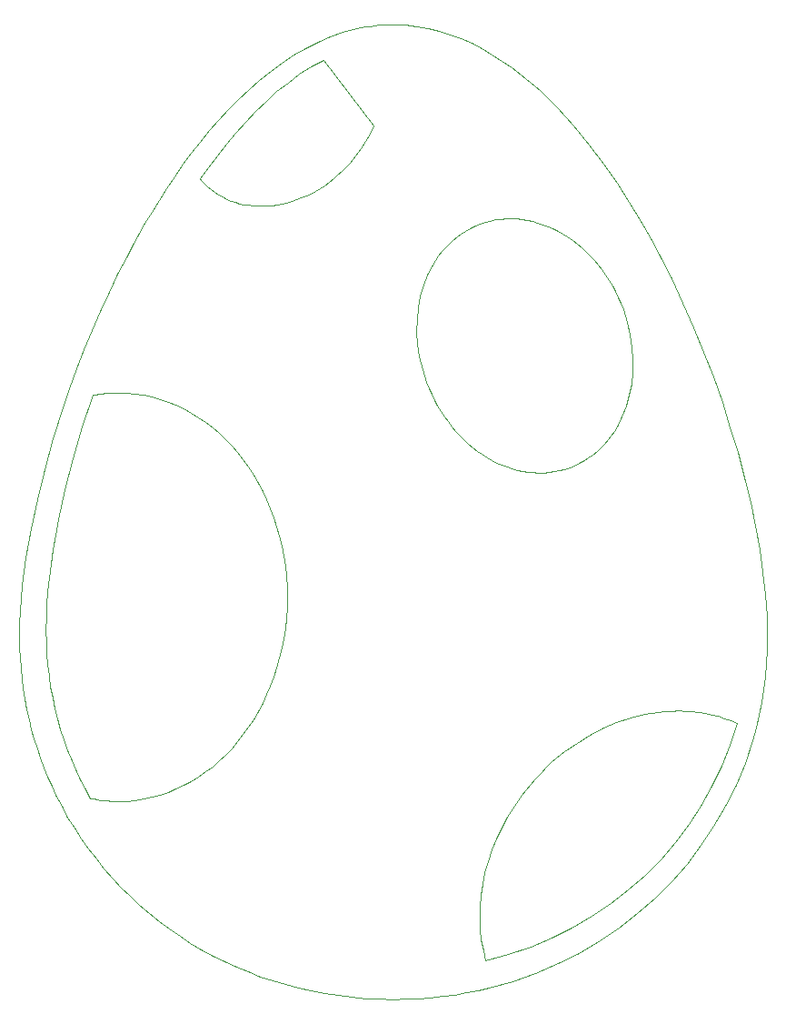
<source format=gbr>
%TF.GenerationSoftware,KiCad,Pcbnew,6.0.11-3.fc37*%
%TF.CreationDate,2023-02-22T00:24:16+00:00*%
%TF.ProjectId,easter,65617374-6572-42e6-9b69-6361645f7063,rev?*%
%TF.SameCoordinates,Original*%
%TF.FileFunction,Profile,NP*%
%FSLAX46Y46*%
G04 Gerber Fmt 4.6, Leading zero omitted, Abs format (unit mm)*
G04 Created by KiCad (PCBNEW 6.0.11-3.fc37) date 2023-02-22 00:24:16*
%MOMM*%
%LPD*%
G01*
G04 APERTURE LIST*
%TA.AperFunction,Profile*%
%ADD10C,0.092604*%
%TD*%
%TA.AperFunction,Profile*%
%ADD11C,0.100000*%
%TD*%
G04 APERTURE END LIST*
D10*
X133499866Y-68901915D02*
X133035887Y-68667542D01*
X116834230Y-29732209D02*
X115693795Y-30304064D01*
X107041808Y-114785761D02*
X108116726Y-115325811D01*
X98195281Y-62376868D02*
X99007229Y-62401629D01*
X136337058Y-46318622D02*
X136824626Y-46423672D01*
X126045116Y-56694447D02*
X126066671Y-55560770D01*
X132908789Y-46375869D02*
X133394316Y-46279281D01*
X89043303Y-86050848D02*
X89085524Y-87038872D01*
X139332222Y-69635934D02*
X138845962Y-69732403D01*
X158000000Y-77000000D02*
X157605897Y-74802752D01*
X141801711Y-49239092D02*
X142197288Y-49632976D01*
X107017509Y-65626785D02*
X107636185Y-66157336D01*
X130185715Y-47571489D02*
X130600733Y-47305822D01*
X102021836Y-44454920D02*
X101347816Y-45545117D01*
X138669465Y-96738534D02*
X139798203Y-95804414D01*
X143442649Y-41063949D02*
X142093070Y-39276214D01*
X92162681Y-76955601D02*
X92395446Y-75591139D01*
X114839073Y-44412132D02*
X114390032Y-44561657D01*
X90678207Y-72308950D02*
X90099883Y-75053433D01*
X108498497Y-35988144D02*
X107589482Y-36972432D01*
X134446377Y-69295756D02*
X133970309Y-69111488D01*
X126120037Y-57850263D02*
X126045116Y-56694447D01*
X143640113Y-51411817D02*
X143961760Y-51904861D01*
X149803162Y-51785758D02*
X148703268Y-49615070D01*
X115285808Y-44241405D02*
X114839073Y-44412132D01*
X113488369Y-44796544D02*
X113037415Y-44881628D01*
X155318463Y-92899955D02*
X155887670Y-93139973D01*
X118278307Y-42464333D02*
X117871073Y-42779583D01*
X132019098Y-109165811D02*
X132174390Y-108106303D01*
X97226737Y-100384453D02*
X96908084Y-100352674D01*
X93287423Y-71370376D02*
X94035473Y-68478467D01*
X105865904Y-39013649D02*
X105052401Y-40059264D01*
X158538242Y-81198386D02*
X158311790Y-79135446D01*
X109438292Y-35035612D02*
X108498497Y-35988144D01*
X136570443Y-98899955D02*
X136570443Y-98899955D01*
X123876094Y-28103124D02*
X123876094Y-28103124D01*
X137591216Y-97770784D02*
X138123593Y-97242468D01*
X112418827Y-73156441D02*
X112734856Y-73999412D01*
X116232581Y-118072760D02*
X117467465Y-118308803D01*
X155788715Y-98865980D02*
X156623048Y-96832229D01*
X107589482Y-36972432D02*
X106711775Y-37982819D01*
X128442636Y-118577392D02*
X129555784Y-118423834D01*
X116221244Y-32027347D02*
X117345824Y-31397883D01*
X100598182Y-62596126D02*
X101375203Y-62763473D01*
X95961677Y-100216102D02*
X95648668Y-100159365D01*
X111686228Y-91268432D02*
X111275798Y-92040186D01*
X90136159Y-93699804D02*
X90389724Y-94610996D01*
X89046717Y-83915626D02*
X89029148Y-85054684D01*
X152534681Y-100836972D02*
X151393151Y-102577720D01*
X93887018Y-96580936D02*
X93516974Y-95646685D01*
X91570014Y-86630238D02*
X91517596Y-85570036D01*
X129555784Y-118423834D02*
X130656888Y-118237937D01*
X144552321Y-52945461D02*
X144819559Y-53492020D01*
X147857768Y-48048852D02*
X146906459Y-46382932D01*
X95056358Y-58344639D02*
X94356926Y-60155449D01*
X89704803Y-91845514D02*
X89907730Y-92777868D01*
X89907730Y-92777868D02*
X90136159Y-93699804D01*
X145557685Y-63642075D02*
X145175463Y-64613887D01*
X115729403Y-44049615D02*
X115285808Y-44241405D01*
X145851839Y-44645007D02*
X144696404Y-42862780D01*
X141187281Y-114528562D02*
X143088641Y-113413573D01*
X105714598Y-98131464D02*
X105034498Y-98551629D01*
X102138025Y-99828863D02*
X101374822Y-100041329D01*
X147316002Y-107286418D02*
X145755122Y-108669563D01*
X148526238Y-92114618D02*
X149167927Y-92048259D01*
X113975029Y-81407021D02*
X113975029Y-81407021D01*
X127421452Y-62518359D02*
X127174812Y-61955671D01*
X110382542Y-44930340D02*
X109956324Y-44860196D01*
X108232307Y-66722266D02*
X108804884Y-67320379D01*
X91669272Y-80882300D02*
X91798793Y-79603989D01*
X152796517Y-58590583D02*
X151852812Y-56284217D01*
X145175463Y-64613887D02*
X144709381Y-65526733D01*
X135786437Y-32790233D02*
X134901070Y-32111424D01*
X113262089Y-87061903D02*
X113013712Y-87945586D01*
X117467465Y-118308803D02*
X118718964Y-118503564D01*
X93533050Y-101918881D02*
X94143812Y-102926952D01*
X121293373Y-38972406D02*
X120852016Y-39669243D01*
X89640064Y-77719782D02*
X89304501Y-80288463D01*
X119986328Y-118656314D02*
X121268805Y-118766324D01*
X113791051Y-84302876D02*
X113651746Y-85239351D01*
X132064243Y-113308617D02*
X131953010Y-112294416D01*
X138845962Y-69732403D02*
X138356952Y-69798532D01*
X92418461Y-99834307D02*
X92957682Y-100887756D01*
X153740932Y-102715166D02*
X154826436Y-100828487D01*
X91930634Y-89746818D02*
X91777089Y-88719131D01*
D11*
X117345824Y-31397883D02*
X122015205Y-37536734D01*
D10*
X143417491Y-93602906D02*
X144678325Y-93073377D01*
X146175967Y-60447034D02*
X146060461Y-61551228D01*
D11*
X98195280Y-100427916D02*
X97547342Y-100408092D01*
D10*
X151219132Y-106242697D02*
X152536924Y-104521431D01*
X89029148Y-85054684D02*
X89043303Y-86050848D01*
X129048789Y-48508700D02*
X129409428Y-48173851D01*
X133035887Y-68667542D02*
X132579209Y-68408873D01*
X113892024Y-83351198D02*
X113791051Y-84302876D01*
X98195281Y-62376868D02*
X98195281Y-62376868D01*
X132486606Y-115272367D02*
X132486606Y-115272367D01*
X145954718Y-92648015D02*
X147239685Y-92328026D01*
X97310080Y-62413494D02*
X97602904Y-62393508D01*
X91297573Y-97276857D02*
X91648019Y-98141820D01*
X139199833Y-47341120D02*
X139656483Y-47599559D01*
X120357212Y-40347523D02*
X119809098Y-41003828D01*
X136648818Y-113981426D02*
X134600125Y-114691025D01*
X158723033Y-85063940D02*
X158676332Y-83178118D01*
X96925783Y-106714116D02*
X97702251Y-107595981D01*
X131908407Y-111263476D02*
X131930437Y-110219405D01*
X131953010Y-112294416D02*
X131908407Y-111263476D01*
X95648668Y-100159365D02*
X95167146Y-99289548D01*
X99808527Y-62475113D02*
X100598182Y-62596126D01*
X102138598Y-62975957D02*
X102887375Y-63232383D01*
X110814796Y-44977892D02*
X110382542Y-44930340D01*
X101347816Y-45545117D02*
X100712862Y-46612742D01*
X95870917Y-62608377D02*
X96156145Y-62558548D01*
X138265628Y-46897695D02*
X138735935Y-47106998D01*
X104271792Y-41114008D02*
X104271792Y-41114008D01*
X148261080Y-109411893D02*
X149792278Y-107874379D01*
X99048918Y-49615070D02*
X99048918Y-49615070D01*
X128277215Y-64103953D02*
X127973491Y-63593004D01*
X96591168Y-100313516D02*
X96275771Y-100267739D01*
X103619503Y-99273325D02*
X102886581Y-99572462D01*
X150139724Y-104235925D02*
X148779105Y-105807014D01*
X123876094Y-28103124D02*
X123876094Y-28103124D01*
X107633462Y-96648069D02*
X107015066Y-97178487D01*
X127796957Y-50051030D02*
X128080676Y-49636852D01*
X148703268Y-49615070D02*
X148703268Y-49615070D01*
X95167146Y-99289548D02*
X94712660Y-98402869D01*
X100213976Y-110074089D02*
X101109487Y-110841866D01*
X139814893Y-69508622D02*
X139332222Y-69635934D01*
X110371422Y-69301866D02*
X110839898Y-70020759D01*
X132123073Y-30334016D02*
X131157483Y-29839427D01*
X120412701Y-28501322D02*
X119194212Y-28825181D01*
X137309136Y-46555533D02*
X137789749Y-46713707D01*
X133394316Y-46279281D02*
X133882648Y-46212993D01*
X97602904Y-62393508D02*
X97897899Y-62381119D01*
X146122602Y-58158205D02*
X146197522Y-59313553D01*
X132396315Y-107044489D02*
X132684870Y-105983977D01*
X103960315Y-112960209D02*
X104962851Y-113602231D01*
X119194212Y-28825181D02*
X118001212Y-29237362D01*
X94035473Y-68478467D02*
X94898772Y-65550313D01*
X89527745Y-90903068D02*
X89704803Y-91845514D01*
X92021771Y-98994412D02*
X92418461Y-99834307D01*
X91777089Y-88719131D02*
X91656697Y-87680104D01*
X154738301Y-92688544D02*
X155318463Y-92899955D01*
X112587493Y-44944954D02*
X112139435Y-44986382D01*
X129788508Y-47861140D02*
X130185715Y-47571489D01*
X158632166Y-87566859D02*
X158700171Y-86321802D01*
X120852016Y-39669243D02*
X120357212Y-40347523D01*
X113793190Y-78508799D02*
X113893550Y-79461215D01*
X145948684Y-56988410D02*
X146122602Y-58158205D01*
X101374822Y-100041329D02*
X100597960Y-100208665D01*
X139116425Y-35844832D02*
X137494350Y-34256584D01*
X133069076Y-30879853D02*
X132123073Y-30334016D01*
X111408102Y-33248443D02*
X110408337Y-34120493D01*
X100117628Y-47651283D02*
X99562763Y-48654229D01*
X131949499Y-46661943D02*
X132426904Y-46503257D01*
X137073209Y-98323330D02*
X137591216Y-97770784D01*
X109956324Y-44860196D02*
X109536977Y-44767320D01*
X131157483Y-29839427D02*
X130172616Y-29399550D01*
X111279868Y-70766858D02*
X111690341Y-71538969D01*
X117033003Y-43349256D02*
X116603834Y-43603401D01*
X89252700Y-88989202D02*
X89376922Y-89950855D01*
X91648019Y-98141820D02*
X92021771Y-98994412D01*
X89376922Y-89950855D02*
X89527745Y-90903068D01*
X155887670Y-93139973D02*
X155887675Y-93139973D01*
X132242109Y-114302470D02*
X132064243Y-113308617D01*
X138627976Y-113148140D02*
X136648818Y-113981426D01*
X131949499Y-46661943D02*
X131949499Y-46661943D01*
X153559605Y-99018252D02*
X152534681Y-100836972D01*
X135815467Y-99850319D02*
X136570443Y-98899955D01*
X93176190Y-94697580D02*
X92865222Y-93734124D01*
X126569394Y-60198791D02*
X126293955Y-59020837D01*
X132486606Y-115272367D02*
X132242109Y-114302470D01*
X98509606Y-108450418D02*
X99347098Y-109276697D01*
X127105481Y-28442811D02*
X126046630Y-28256404D01*
X149807393Y-92008998D02*
X150443762Y-91996986D01*
X102887375Y-63232383D02*
X103620542Y-63531556D01*
X99347098Y-109276697D02*
X100213976Y-110074089D01*
X140293140Y-69349963D02*
X139814893Y-69508622D01*
X102032881Y-111579298D02*
X102983408Y-112285655D01*
X157605897Y-74802752D02*
X157132507Y-72554404D01*
X136881796Y-69819915D02*
X136390161Y-69769720D01*
X132426904Y-46503257D02*
X132908789Y-46375869D01*
X92584627Y-92756817D02*
X92334959Y-91766163D01*
X113478187Y-76650920D02*
X113654405Y-77571635D01*
X157926062Y-92406008D02*
X158165964Y-91218685D01*
X118718964Y-118503564D02*
X119986328Y-118656314D01*
X143858541Y-66769205D02*
X143535731Y-67145840D01*
X148779105Y-105807014D02*
X147316002Y-107286418D01*
X128384097Y-49241123D02*
X128706907Y-48864765D01*
X142579754Y-50047689D02*
X142948272Y-50482732D01*
X106529656Y-43189286D02*
X106436781Y-43105075D01*
X126389112Y-53389347D02*
X126684953Y-52366360D01*
X112066221Y-90471898D02*
X111686228Y-91268432D01*
X113016579Y-34345589D02*
X114055862Y-33508091D01*
X91656697Y-87680104D02*
X91570014Y-86630238D01*
X111275798Y-92040186D02*
X110835919Y-92785963D01*
X123876094Y-28103124D02*
X123433295Y-28109599D01*
X108722232Y-44512817D02*
X108328503Y-44350911D01*
X130172616Y-29399550D02*
X129168786Y-29017847D01*
X111474224Y-116730350D02*
X112635134Y-117124230D01*
X135847268Y-46240883D02*
X136337058Y-46318622D01*
X110839898Y-70020759D02*
X111279868Y-70766858D01*
X146906459Y-46382932D02*
X145851839Y-44645007D01*
X119064999Y-41773704D02*
X118676560Y-42128994D01*
X130656888Y-118237937D02*
X131745620Y-118020353D01*
X126948877Y-61376744D02*
X126948877Y-61376744D01*
X122123561Y-28204988D02*
X121692481Y-28261383D01*
X131949499Y-46661943D02*
X131949499Y-46661943D01*
X135356094Y-46190951D02*
X135847268Y-46240883D01*
X105844388Y-42466975D02*
X106622788Y-41377926D01*
X142454130Y-68150195D02*
X142056923Y-68440037D01*
X142948272Y-50482732D02*
X143302004Y-50937608D01*
X152325561Y-92125951D02*
X152940813Y-92224443D01*
X158723033Y-85063940D02*
X158723033Y-85063940D01*
X114390032Y-44561657D02*
X113939519Y-44689841D01*
X132579209Y-68408873D02*
X132130671Y-68126410D01*
X127067176Y-51395029D02*
X127533258Y-50482733D01*
X133970309Y-69111488D02*
X133499866Y-68901915D01*
X143961760Y-51904861D02*
X144266109Y-52416242D01*
X112635134Y-117124230D02*
X113815664Y-117479744D01*
X91500000Y-84500000D02*
X91500000Y-84500000D01*
X112730949Y-88809277D02*
X112414790Y-89651780D01*
X140532892Y-112195740D02*
X138627976Y-113148140D01*
X104271792Y-41114008D02*
X103484475Y-42232855D01*
X89098945Y-82739942D02*
X89046717Y-83915626D01*
X107211898Y-43724912D02*
X106864005Y-43469021D01*
X155887670Y-93139973D02*
X155887670Y-93139973D01*
X144696404Y-42862780D02*
X143442649Y-41063949D01*
X89304501Y-80288463D02*
X89098945Y-82739942D01*
X139656483Y-47599559D02*
X140105049Y-47881820D01*
X121681148Y-38260430D02*
X121293373Y-38972406D01*
X89085524Y-87038872D02*
X89155446Y-88018432D01*
X148703268Y-49615070D02*
X147857768Y-48048852D01*
X136390161Y-69769720D02*
X135899964Y-69691703D01*
X115015064Y-117796164D02*
X116232581Y-118072760D01*
X99007229Y-62401629D02*
X99808527Y-62475113D01*
X94789217Y-103911240D02*
X95468515Y-104871016D01*
X126046630Y-28256404D02*
X124970064Y-28142021D01*
X137866029Y-69834824D02*
X137374031Y-69841784D01*
X140650163Y-37527275D02*
X139116425Y-35844832D01*
X126293955Y-59020837D02*
X126120037Y-57850263D01*
X133882648Y-46212993D02*
X134372947Y-46176508D01*
X116169023Y-43836900D02*
X115729403Y-44049615D01*
X118001212Y-29237362D02*
X116834230Y-29732209D01*
X94712660Y-98402869D02*
X94285765Y-97499832D01*
X154463217Y-97126131D02*
X153559605Y-99018252D01*
X128146303Y-28697780D02*
X127105481Y-28442811D01*
X106622788Y-41377926D02*
X107436456Y-40296203D01*
X97019209Y-62440533D02*
X97310080Y-62413494D01*
X91575765Y-82126277D02*
X91669272Y-80882300D01*
X106436781Y-43105075D02*
X106345751Y-43019127D01*
X127687957Y-63064305D02*
X127421452Y-62518359D01*
X116603834Y-43603401D02*
X116169023Y-43836900D01*
X142056923Y-68440037D02*
X141641905Y-68705863D01*
X128706907Y-48864765D02*
X129048789Y-48508700D01*
X107636185Y-66157336D02*
X108232307Y-66722266D01*
X144266109Y-52416242D02*
X144552321Y-52945461D01*
X91963530Y-78294154D02*
X92162681Y-76955601D01*
X95468515Y-104871016D02*
X96180954Y-105805551D01*
X92865222Y-93734124D02*
X92584627Y-92756817D01*
X90099883Y-75053433D02*
X89640064Y-77719782D01*
X102734273Y-43348662D02*
X102021836Y-44454920D01*
X131482940Y-46850126D02*
X131949499Y-46661943D01*
X113651746Y-85239351D02*
X113475097Y-86159425D01*
X105052401Y-40059264D02*
X104271792Y-41114008D01*
X137789749Y-46713707D02*
X138265628Y-46897695D01*
X140759698Y-69161753D02*
X140293140Y-69349963D01*
X131261362Y-67492119D02*
X130842266Y-67141299D01*
X133461876Y-103881293D02*
X133950327Y-102846338D01*
X91517596Y-85570036D02*
X91500000Y-84500000D01*
X158519884Y-88798459D02*
X158632166Y-87566859D01*
X113893550Y-79461215D02*
X113954494Y-80427687D01*
X142833210Y-67837263D02*
X142454130Y-68150195D01*
X136824626Y-46423672D02*
X137309136Y-46555533D01*
X137494350Y-34256584D02*
X135786437Y-32790233D01*
X100597960Y-100208665D02*
X99808424Y-100329673D01*
X134864375Y-46169327D02*
X135356094Y-46190951D01*
X105844388Y-42466975D02*
X105844388Y-42466975D01*
X119809098Y-41003828D02*
X119809098Y-41003828D01*
X112437060Y-32425118D02*
X111408102Y-33248443D01*
X104962851Y-113602231D02*
X105990266Y-114210991D01*
X133040058Y-104928376D02*
X133461876Y-103881293D01*
X95870917Y-62608377D02*
X95870917Y-62608377D01*
X113815664Y-117479744D02*
X115015064Y-117796164D01*
X155266857Y-65609791D02*
X154506565Y-63264073D01*
X126684953Y-52366360D02*
X127067176Y-51395029D01*
X109214268Y-115830412D02*
X110333685Y-116298835D01*
X132821655Y-117771732D02*
X135017648Y-117152628D01*
X140105049Y-47881820D02*
X140544692Y-48187401D01*
X113975029Y-81407021D02*
X113953679Y-82385514D01*
X108801641Y-95485359D02*
X108229316Y-96083293D01*
X133950327Y-102846338D02*
X134505408Y-101827118D01*
X110081480Y-37163894D02*
X111028628Y-36180382D01*
X146630262Y-110850654D02*
X148261080Y-109411893D01*
X125034170Y-118837518D02*
X126181503Y-118784885D01*
X145673245Y-55811589D02*
X145948684Y-56988410D01*
X96908084Y-100352674D02*
X96591168Y-100313516D01*
X94285765Y-97499832D02*
X93887018Y-96580936D01*
X106345751Y-43019127D02*
X106256674Y-42931442D01*
X104337107Y-63872281D02*
X105036078Y-64253361D01*
X122565644Y-118832865D02*
X123876094Y-118855207D01*
X91798793Y-79603989D02*
X91963530Y-78294154D01*
X90668059Y-95511119D02*
X90970797Y-96399848D01*
X117455694Y-43074603D02*
X117033003Y-43349256D01*
X90970797Y-96399848D02*
X91297573Y-97276857D01*
X134901070Y-32111424D02*
X133995179Y-31473477D01*
X106084814Y-42750864D02*
X106002248Y-42657971D01*
X154506565Y-63264073D02*
X153682110Y-60920769D01*
X132174390Y-108106303D02*
X132396315Y-107044489D01*
X127317767Y-118697959D02*
X128442636Y-118577392D01*
X105716463Y-64673603D02*
X106377271Y-65131809D01*
X138356952Y-69798532D02*
X137866029Y-69834824D01*
X92957682Y-100887756D02*
X93533050Y-101918881D01*
X158364194Y-90015951D02*
X158519884Y-88798459D01*
X108116726Y-115325811D02*
X109214268Y-115830412D01*
X135412043Y-69586367D02*
X134927235Y-69454218D01*
X96275771Y-100267739D02*
X95961677Y-100216102D01*
X99808424Y-100329673D02*
X99007202Y-100403155D01*
X92116777Y-90762663D02*
X91930634Y-89746818D01*
X106529656Y-43189286D02*
X106529656Y-43189286D01*
X120412701Y-28501322D02*
X120412701Y-28501322D01*
X102983408Y-112285655D02*
X103960315Y-112960209D01*
X93066689Y-63802027D02*
X93066689Y-63802027D01*
X134372947Y-46176508D02*
X134864375Y-46169327D01*
X129409428Y-48173851D02*
X129788508Y-47861140D01*
X142358860Y-111128796D02*
X140532892Y-112195740D01*
X122993751Y-28128879D02*
X122557245Y-28160748D01*
X113265528Y-75747847D02*
X113478187Y-76650920D01*
X92418461Y-99834307D02*
X92418461Y-99834307D01*
X151703719Y-92055312D02*
X152325561Y-92125951D01*
X110835919Y-92785963D02*
X110367577Y-93504566D01*
X157324715Y-94731819D02*
X157324715Y-94731819D01*
X153682110Y-60920769D02*
X152796517Y-58590583D01*
X151852812Y-56284217D02*
X150854018Y-54012374D01*
X113954494Y-80427687D02*
X113975029Y-81407021D01*
X105990266Y-114210991D02*
X107041808Y-114785761D01*
X108804884Y-67320379D02*
X109352924Y-67950480D01*
X109871758Y-94194798D02*
X109349451Y-94855461D01*
X89029148Y-85054684D02*
X89029148Y-85054684D01*
X158165964Y-91218685D02*
X158364194Y-90015951D01*
X112139435Y-44986382D02*
X111694077Y-45005774D01*
X96442458Y-62513603D02*
X96730074Y-62474084D01*
X121268805Y-118766324D02*
X122565644Y-118832865D01*
X142093070Y-39276214D02*
X140650163Y-37527275D01*
X92395446Y-75591139D02*
X92661025Y-74203575D01*
X93066689Y-63802027D02*
X92167361Y-66663713D01*
X156623048Y-96832229D02*
X157324715Y-94731819D01*
X144904542Y-112186075D02*
X146630262Y-110850654D01*
X123876094Y-118855207D02*
X125034170Y-118837518D01*
X108328503Y-44350911D02*
X107944981Y-44165718D01*
X124970064Y-28142021D02*
X123876094Y-28103124D01*
X154148056Y-92505589D02*
X154738301Y-92688544D01*
X97547342Y-100408092D02*
X97226737Y-100384453D01*
X135899964Y-69691703D02*
X135412043Y-69586367D01*
X140970444Y-94969631D02*
X142179202Y-94235393D01*
X141641905Y-68705863D02*
X141209391Y-68946744D01*
X119442790Y-41398602D02*
X119064999Y-41773704D01*
X95790409Y-56548806D02*
X95056358Y-58344639D01*
X120837268Y-28409766D02*
X120412701Y-28501322D01*
X101375203Y-62763473D02*
X102138598Y-62975957D01*
X108284634Y-39228695D02*
X109166562Y-38182296D01*
X133995179Y-31473477D02*
X133069076Y-30879853D01*
X128598293Y-64596649D02*
X128277215Y-64103953D01*
X152536924Y-104521431D02*
X153740932Y-102715166D01*
X153548602Y-92350939D02*
X154148056Y-92505589D01*
X131033247Y-47065060D02*
X131482940Y-46850126D01*
X111028628Y-36180382D02*
X112007248Y-35238650D01*
X137147064Y-116402675D02*
X139205182Y-115526458D01*
X126948877Y-61376744D02*
X126569394Y-60198791D01*
X113939519Y-44689841D02*
X113488369Y-44796544D01*
X118676560Y-42128994D02*
X118278307Y-42464333D01*
X123433295Y-28109599D02*
X122993751Y-28128879D01*
X107944981Y-44165718D02*
X107572501Y-43957098D01*
X94898772Y-65550313D02*
X95870917Y-62608377D01*
X113013712Y-87945586D02*
X112730949Y-88809277D01*
X129289157Y-65525266D02*
X128935886Y-65070588D01*
X91369284Y-69505865D02*
X90678207Y-72308950D01*
X113654405Y-77571635D02*
X113793190Y-78508799D01*
X113037415Y-44881628D02*
X112587493Y-44944954D01*
X106169659Y-42842021D02*
X106084814Y-42750864D01*
X126066671Y-55560770D02*
X126182178Y-54456610D01*
X130039382Y-66374825D02*
X129657268Y-65960180D01*
X105034498Y-98551629D02*
X104335804Y-98932648D01*
X97897899Y-62381119D02*
X98195281Y-62376868D01*
X126181503Y-118784885D02*
X127317767Y-118697959D01*
X91519075Y-83333113D02*
X91575765Y-82126277D01*
X132684870Y-105983977D02*
X133040058Y-104928376D01*
X141209391Y-68946744D02*
X140759698Y-69161753D01*
X140293140Y-69349963D02*
X140293140Y-69349963D01*
X109352924Y-67950480D02*
X109875434Y-68611374D01*
X108229316Y-96083293D02*
X107633462Y-96648069D01*
X92334959Y-91766163D02*
X92116777Y-90762663D01*
X130842266Y-67141299D02*
X130434660Y-66768700D01*
X111694077Y-45005774D02*
X111252253Y-45002990D01*
X126182178Y-54456610D02*
X126389112Y-53389347D01*
X151076162Y-92012373D02*
X151703719Y-92055312D01*
X111690341Y-71538969D02*
X112070324Y-72335895D01*
X106864005Y-43469021D02*
X106529656Y-43189286D01*
X109125335Y-44651573D02*
X108722232Y-44512817D01*
X145066985Y-54055419D02*
X145293761Y-54635161D01*
X144101172Y-109951880D02*
X142358860Y-111128796D01*
X139205182Y-115526458D02*
X141187281Y-114528562D01*
X136570443Y-98899955D02*
X137073209Y-98323330D01*
X149167927Y-92048259D02*
X149807393Y-92008998D01*
X114055862Y-33508091D02*
X115124336Y-32733047D01*
X112070324Y-72335895D02*
X112418827Y-73156441D01*
X145755122Y-108669563D02*
X144101172Y-109951880D01*
X89155446Y-88018432D02*
X89252700Y-88989202D01*
X127533258Y-50482733D02*
X127796957Y-50051030D01*
X131745620Y-118020353D02*
X132821655Y-117771732D01*
X99048918Y-49615070D02*
X98188333Y-51301080D01*
X113475097Y-86159425D02*
X113262089Y-87061903D01*
X144709381Y-65526733D02*
X144445681Y-65958724D01*
X155887675Y-93139973D02*
X155240810Y-95165181D01*
X130434660Y-66768700D02*
X130039382Y-66374825D01*
X114580436Y-30947272D02*
X113494681Y-31656175D01*
X110333685Y-116298835D02*
X111474224Y-116730350D01*
X143535731Y-67145840D02*
X143193849Y-67502169D01*
X139798203Y-95804414D02*
X140970444Y-94969631D01*
X106711775Y-37982819D02*
X105865904Y-39013649D01*
X137374031Y-69841784D02*
X136881796Y-69819915D01*
X113953679Y-82385514D02*
X113892024Y-83351198D01*
X141393861Y-48866536D02*
X141801711Y-49239092D01*
X158700171Y-86321802D02*
X158723033Y-85063940D01*
X158676332Y-83178118D02*
X158538242Y-81198386D01*
X128080676Y-49636852D02*
X128384097Y-49241123D01*
X147239685Y-92328026D02*
X148526238Y-92114618D01*
X128935886Y-65070588D02*
X128598293Y-64596649D01*
X140974575Y-48515807D02*
X141393861Y-48866536D01*
X109536977Y-44767320D02*
X109125335Y-44651573D01*
X143302004Y-50937608D02*
X143640113Y-51411817D01*
X151393151Y-102577720D02*
X150139724Y-104235925D01*
X150854018Y-54012374D02*
X149803162Y-51785758D01*
X144161962Y-66373190D02*
X143858541Y-66769205D01*
X143088641Y-113413573D02*
X144904542Y-112186075D01*
X112414790Y-89651780D02*
X112066221Y-90471898D01*
X113494681Y-31656175D02*
X112437060Y-32425118D01*
X106256674Y-42931442D02*
X106169659Y-42842021D01*
X127174812Y-61955671D02*
X126948877Y-61376744D01*
X144819559Y-53492020D02*
X145066985Y-54055419D01*
X98188333Y-51301080D02*
X97357590Y-53022034D01*
X91500000Y-84500000D02*
X91519075Y-83333113D01*
X117871073Y-42779583D02*
X117455694Y-43074603D01*
X152940813Y-92224443D02*
X153548602Y-92350939D01*
X107015066Y-97178487D02*
X106375116Y-97673351D01*
X157645356Y-93577270D02*
X157926062Y-92406008D01*
X106002248Y-42657971D02*
X105922070Y-42563341D01*
X134600125Y-114691025D02*
X132486606Y-115272367D01*
X90389724Y-94610996D02*
X90668059Y-95511119D01*
X113017421Y-74863613D02*
X113265528Y-75747847D01*
X131691109Y-67820658D02*
X131261362Y-67492119D01*
X145293761Y-54635161D02*
X145673245Y-55811589D01*
X103484475Y-42232855D02*
X102734273Y-43348662D01*
X145853526Y-62618715D02*
X145557685Y-63642075D01*
X123876094Y-118855207D02*
X123876094Y-118855207D01*
X110367577Y-93504566D02*
X109871758Y-94194798D01*
X99007202Y-100403155D02*
X98195280Y-100427916D01*
X96557885Y-54772940D02*
X95790409Y-56548806D01*
X134505408Y-101827118D02*
X135127122Y-100827242D01*
X104335804Y-98932648D02*
X103619503Y-99273325D01*
X129657268Y-65960180D02*
X129289157Y-65525266D01*
X157132507Y-72554404D02*
X156582853Y-70265659D01*
X155959962Y-67947221D02*
X155266857Y-65609791D01*
X105036078Y-64253361D02*
X105716463Y-64673603D01*
X138123593Y-97242468D02*
X138669465Y-96738534D01*
X115124336Y-32733047D02*
X116221244Y-32027347D01*
X106377271Y-65131809D02*
X107017509Y-65626785D01*
X99562763Y-48654229D02*
X99048918Y-49615070D01*
X122557245Y-28160748D02*
X122123561Y-28204988D01*
X127973491Y-63593004D02*
X127687957Y-63064305D01*
X96730074Y-62474084D02*
X97019209Y-62440533D01*
X107436456Y-40296203D02*
X108284634Y-39228695D01*
X143193849Y-67502169D02*
X142833210Y-67837263D01*
X142197288Y-49632976D02*
X142579754Y-50047689D01*
X115693795Y-30304064D02*
X114580436Y-30947272D01*
X97702251Y-107595981D02*
X98509606Y-108450418D01*
X102886581Y-99572462D02*
X102138025Y-99828863D01*
X111252253Y-45002990D02*
X110814796Y-44977892D01*
X132130671Y-68126410D02*
X131691109Y-67820658D01*
X92661025Y-74203575D02*
X93287423Y-71370376D01*
X112007248Y-35238650D02*
X113016579Y-34345589D01*
X144445681Y-65958724D02*
X144161962Y-66373190D01*
X100712862Y-46612742D02*
X100117628Y-47651283D01*
X154826436Y-100828487D02*
X155788715Y-98865980D01*
X140544692Y-48187401D02*
X140974575Y-48515807D01*
X134927235Y-69454218D02*
X134446377Y-69295756D01*
X149792278Y-107874379D02*
X151219132Y-106242697D01*
X95648668Y-100159365D02*
X95648668Y-100159365D01*
X106375116Y-97673351D02*
X105714598Y-98131464D01*
X119809098Y-41003828D02*
X119442790Y-41398602D01*
X106529656Y-43189286D02*
X106529656Y-43189286D01*
X107572501Y-43957098D02*
X107211898Y-43724912D01*
X105922070Y-42563341D02*
X105844388Y-42466975D01*
X93516974Y-95646685D02*
X93176190Y-94697580D01*
X138735935Y-47106998D02*
X139199833Y-47341120D01*
X142179202Y-94235393D02*
X143417491Y-93602906D01*
X158311790Y-79135446D02*
X158000000Y-77000000D01*
X122015205Y-37536734D02*
X121681148Y-38260430D01*
X129168786Y-29017847D02*
X128146303Y-28697780D01*
X144678325Y-93073377D02*
X145954718Y-92648015D01*
X131930437Y-110219405D02*
X132019098Y-109165811D01*
X157324715Y-94731819D02*
X157645356Y-93577270D01*
X92167361Y-66663713D02*
X91369284Y-69505865D01*
X135127122Y-100827242D02*
X135815467Y-99850319D01*
X112734856Y-73999412D02*
X113017421Y-74863613D01*
X130600733Y-47305822D02*
X131033247Y-47065060D01*
X135017648Y-117152628D02*
X137147064Y-116402675D01*
X110408337Y-34120493D02*
X109438292Y-35035612D01*
X109166562Y-38182296D02*
X110081480Y-37163894D01*
X146197522Y-59313553D02*
X146175967Y-60447034D01*
X145293761Y-54635161D02*
X145293761Y-54635161D01*
X109349451Y-94855461D02*
X108801641Y-95485359D01*
X109875434Y-68611374D02*
X110371422Y-69301866D01*
X146060461Y-61551228D02*
X145853526Y-62618715D01*
X132821655Y-117771732D02*
X132821655Y-117771732D01*
X94143812Y-102926952D02*
X94789217Y-103911240D01*
X96180954Y-105805551D02*
X96925783Y-106714116D01*
X97357590Y-53022034D02*
X96557885Y-54772940D01*
X101109487Y-110841866D02*
X102032881Y-111579298D01*
X94356926Y-60155449D02*
X93693304Y-61976242D01*
X121692481Y-28261383D02*
X121263789Y-28329714D01*
X93693304Y-61976242D02*
X93066689Y-63802027D01*
X150443762Y-91996986D02*
X151076162Y-92012373D01*
X156582853Y-70265659D02*
X155959962Y-67947221D01*
X155240810Y-95165181D02*
X154463217Y-97126131D01*
X103620542Y-63531556D02*
X104337107Y-63872281D01*
X96156145Y-62558548D02*
X96442458Y-62513603D01*
X121263789Y-28329714D02*
X120837268Y-28409766D01*
M02*

</source>
